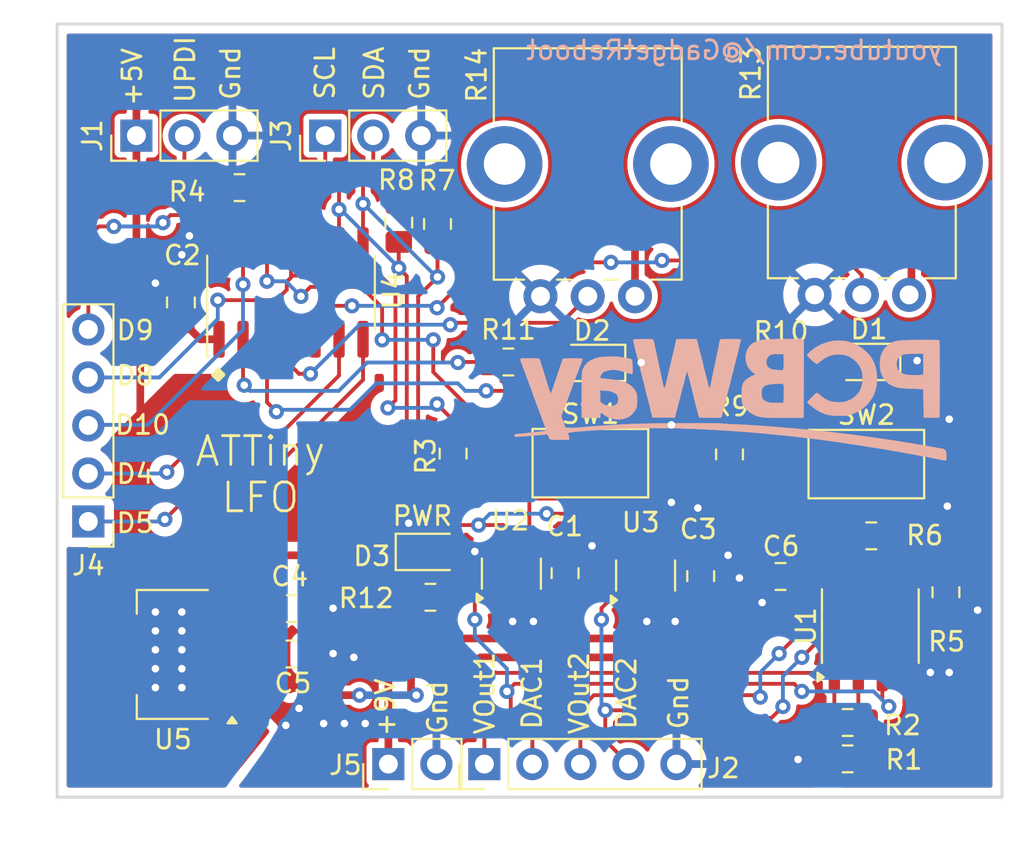
<source format=kicad_pcb>
(kicad_pcb (version 20241229) (generator "pcbnew") (generator_version "9.0")
  (layers (0 "F.Cu" signal) (2 "B.Cu" signal) (13 "F.Paste" user) (15 "B.Paste" user) (5 "F.SilkS" user "F.Silkscreen") (7 "B.SilkS" user "B.Silkscreen") (1 "F.Mask" user) (3 "B.Mask" user) (25 "Edge.Cuts" user))
  (net 0 "")
  (net 1 "GND")
  (net 2 "+9V")
  (net 3 "+5V")
  (net 4 "Net-(D1-A)")
  (net 5 "Net-(D2-A)")
  (net 6 "Net-(D3-A)")
  (net 7 "Net-(U1A--)")
  (net 8 "/Vout1")
  (net 9 "/D8")
  (net 10 "/SCL")
  (net 11 "/SDA")
  (net 12 "Net-(R3-Pad2)")
  (net 13 "Net-(U4-~{RESET}{slash}PA0)")
  (net 14 "Net-(U1B--)")
  (net 15 "/Vout2")
  (net 16 "Net-(R9-Pad2)")
  (net 17 "/D9")
  (net 18 "/POT2")
  (net 19 "/POT1")
  (net 20 "/DAC1")
  (net 21 "/DAC2")
  (net 22 "/D4")
  (net 23 "/D10")
  (net 24 "/D5")
  (net 25 "/UPDI")
  (net 26 "/LED1")
  (net 27 "/LED2")
  (footprint "Capacitor_SMD:C_0805_2012Metric_Pad1.15x1.40mm_HandSolder" (layer "F.Cu") (at 119.886 114.146 90)
    (property "Reference" "C1")
    (property "Value" "100nF")
  )
  (footprint "Capacitor_SMD:C_0805_2012Metric_Pad1.15x1.40mm_HandSolder" (layer "F.Cu") (at 127.061 114.301 90)
    (property "Reference" "C3")
    (property "Value" "100nF")
  )
  (footprint "Resistor_SMD:R_0805_2012Metric_Pad1.15x1.40mm_HandSolder" (layer "F.Cu") (at 134.836 122.046 180)
    (property "Reference" "R2")
    (property "Value" "380r")
  )
  (footprint "Resistor_SMD:R_0805_2012Metric_Pad1.15x1.40mm_HandSolder" (layer "F.Cu") (at 113.961 107.821001 -90)
    (property "Reference" "R3")
    (property "Value" "100r")
  )
  (footprint "Resistor_SMD:R_0805_2012Metric_Pad1.15x1.40mm_HandSolder" (layer "F.Cu") (at 136.085999 112.171 180)
    (property "Reference" "R6")
    (property "Value" "380r")
  )
  (footprint "Resistor_SMD:R_0805_2012Metric_Pad1.15x1.40mm_HandSolder" (layer "F.Cu") (at 134.836 123.971)
    (property "Reference" "R1")
    (property "Value" "1K")
  )
  (footprint "Capacitor_SMD:C_0805_2012Metric_Pad1.18x1.45mm_HandSolder" (layer "F.Cu") (at 99.561 99.821 90)
    (property "Reference" "C2")
    (property "Value" "100nF")
  )
  (footprint "Capacitor_SMD:C_0805_2012Metric_Pad1.15x1.40mm_HandSolder" (layer "F.Cu") (at 105.410999 118.421)
    (property "Reference" "C5")
    (property "Value" "10uF")
  )
  (footprint "LED_SMD:LED_0805_2012Metric_Pad1.15x1.40mm_HandSolder" (layer "F.Cu") (at 135.761 102.971 180)
    (property "Reference" "D1")
    (property "Value" "LED")
  )
  (footprint "LED_SMD:LED_0805_2012Metric_Pad1.15x1.40mm_HandSolder" (layer "F.Cu") (at 121.211 103.021 180)
    (property "Reference" "D2")
    (property "Value" "LED")
  )
  (footprint "LED_SMD:LED_0805_2012Metric_Pad1.15x1.40mm_HandSolder" (layer "F.Cu") (at 112.786 113.021)
    (property "Reference" "D3")
    (property "Value" "Power")
  )
  (footprint "Connector_PinHeader_2.54mm:PinHeader_1x05_P2.54mm_Vertical" (layer "F.Cu") (at 115.616 124.246 90)
    (property "Reference" "J2")
    (property "Value" "Conn_01x05")
  )
  (footprint "Connector_PinHeader_2.54mm:PinHeader_1x03_P2.54mm_Vertical" (layer "F.Cu") (at 107.196 90.996 90)
    (property "Reference" "J3")
    (property "Value" "Conn_01x03")
  )
  (footprint "Connector_PinHeader_2.54mm:PinHeader_1x05_P2.54mm_Vertical" (layer "F.Cu") (at 94.661 111.411 180)
    (property "Reference" "J4")
    (property "Value" "Conn_01x05")
  )
  (footprint "Connector_PinHeader_2.54mm:PinHeader_1x02_P2.54mm_Vertical" (layer "F.Cu") (at 110.536 124.246 90)
    (property "Reference" "J5")
    (property "Value" "1x2")
  )
  (footprint "Resistor_SMD:R_0805_2012Metric_Pad1.15x1.40mm_HandSolder" (layer "F.Cu") (at 102.661001 93.746)
    (property "Reference" "R4")
    (property "Value" "1K")
  )
  (footprint "Resistor_SMD:R_0805_2012Metric_Pad1.15x1.40mm_HandSolder" (layer "F.Cu") (at 140.036 115.156002 90)
    (property "Reference" "R5")
    (property "Value" "1K")
  )
  (footprint "Resistor_SMD:R_0805_2012Metric_Pad1.15x1.40mm_HandSolder" (layer "F.Cu") (at 113.136 95.671 -90)
    (property "Reference" "R7")
    (property "Value" "10K")
  )
  (footprint "Resistor_SMD:R_0805_2012Metric_Pad1.15x1.40mm_HandSolder" (layer "F.Cu") (at 111.086 95.596001 -90)
    (property "Reference" "R8")
    (property "Value" "10K")
  )
  (footprint "Resistor_SMD:R_0805_2012Metric_Pad1.15x1.40mm_HandSolder" (layer "F.Cu") (at 131.511 102.971 180)
    (property "Reference" "R10")
    (property "Value" "1K")
  )
  (footprint "Resistor_SMD:R_0805_2012Metric_Pad1.15x1.40mm_HandSolder" (layer "F.Cu") (at 116.886 102.971 180)
    (property "Reference" "R11")
    (property "Value" "1K")
  )
  (footprint "Resistor_SMD:R_0805_2012Metric_Pad1.15x1.40mm_HandSolder" (layer "F.Cu") (at 112.761 115.421)
    (property "Reference" "R12")
    (property "Value" "1K")
  )
  (footprint "_Pot:Potentiometer_Bourns_PTV09A-1" (layer "F.Cu") (at 138.086 99.421 90)
    (property "Reference" "R13")
    (property "Value" "10K")
  )
  (footprint "_Pot:Potentiometer_Bourns_PTV09A-1" (layer "F.Cu") (at 123.586 99.496 90)
    (property "Reference" "R14")
    (property "Value" "10K")
  )
  (footprint "Package_SO:SOIC-8_3.9x4.9mm_P1.27mm" (layer "F.Cu") (at 136.036 116.946 90)
    (property "Reference" "U1")
    (property "Value" "TLC272")
  )
  (footprint "Package_TO_SOT_SMD:SOT-23-6" (layer "F.Cu") (at 117.046 114.171 90)
    (property "Reference" "U2")
    (property "Value" "MCP4725")
  )
  (footprint "Package_TO_SOT_SMD:SOT-23-6" (layer "F.Cu") (at 124.146 114.271 90)
    (property "Reference" "U3")
    (property "Value" "MCP4725")
  )
  (footprint "Package_SO:SOIC-14_3.9x8.7mm_P1.27mm" (layer "F.Cu") (at 105.386 99.296 90)
    (property "Reference" "U4")
    (property "Value" "ATtiny1604-SS")
  )
  (footprint "Package_TO_SOT_SMD:SOT-223-3_TabPin2" (layer "F.Cu") (at 99.136 118.446 180)
    (property "Reference" "U5")
    (property "Value" "AMS1117-5.0")
  )
  (footprint "Resistor_SMD:R_0805_2012Metric_Pad1.15x1.40mm_HandSolder" (layer "F.Cu") (at 128.586 107.861 -90)
    (property "Reference" "R9")
    (property "Value" "100r")
  )
  (footprint "Capacitor_SMD:C_0805_2012Metric_Pad1.15x1.40mm_HandSolder" (layer "F.Cu") (at 131.286 114.321 180)
    (property "Reference" "C6")
    (property "Value" "100nF")
  )
  (footprint "Connector_PinHeader_2.54mm:PinHeader_1x03_P2.54mm_Vertical" (layer "F.Cu") (at 97.205999 90.996 90)
    (property "Reference" "J1")
    (property "Value" "Conn_01x03")
  )
  (footprint "Capacitor_SMD:C_0805_2012Metric_Pad1.15x1.40mm_HandSolder" (layer "F.Cu") (at 105.435999 116.021)
    (property "Reference" "C4")
    (property "Value" "10uF")
  )
  (footprint "_Pot:SW_SPST_60x35" (layer "F.Cu") (at 135.825 108.375)
    (property "Reference" "SW2")
    (property "Value" "SW_Push")
  )
  (footprint "_Pot:SW_SPST_60x35" (layer "F.Cu") (at 121.225 108.325)
    (property "Reference" "SW1")
    (property "Value" "SW_Push")
  )
  (footprint "_Custom_Footprints:pcb way logo" (layer "B.Cu") (at 128.635999 105.646 180)
    (property "Reference" "G***" (hide yes))
    (property "Value" "LOGO" (hide yes))
  )
  (gr_line (start 93.011 85.09) (end 93.011 126) (stroke (width 0.15)) (layer "Edge.Cuts"))
  (gr_line (start 143.002 126) (end 143.002 85.09) (stroke (width 0.15)) (layer "Edge.Cuts"))
  (gr_line (start 93.011 126) (end 143.002 126) (stroke (width 0.15)) (layer "Edge.Cuts"))
  (gr_line (start 143.002 85.09) (end 93.011 85.09) (stroke (width 0.15)) (layer "Edge.Cuts"))
  (gr_text "ATTiny\nLFO" (at 103.761 108.921 0) (layer "F.SilkS") (effects (font (size 1.524 1.524))))
  (gr_text "Gnd" (at 102.186 87.696 90) (layer "F.SilkS") (effects (font (size 1 1))))
  (gr_text "." (at 99.436 103.646 90) (layer "F.SilkS") (effects (font (size 5.08 5.08) (thickness 0.25) (bold yes))))
  (gr_text "UPDI" (at 99.786 87.496 90) (layer "F.SilkS") (effects (font (size 1 1))))
  (gr_text "Gnd" (at 113.135999 121.246 90) (layer "F.SilkS") (effects (font (size 1 1))))
  (gr_text "+5V" (at 96.986 87.896 90) (layer "F.SilkS") (effects (font (size 1 1))))
  (gr_text "D5" (at 97.136 111.496 0) (layer "F.SilkS") (effects (font (size 1 1))))
  (gr_text "DAC2" (at 123.135999 120.496 90) (layer "F.SilkS") (effects (font (size 1 1))))
  (gr_text "+9V" (at 110.385999 121.246 90) (layer "F.SilkS") (effects (font (size 1 1))))
  (gr_text "VOut1" (at 115.635999 120.496 90) (layer "F.SilkS") (effects (font (size 1 1))))
  (gr_text "PWR" (at 112.336 111.120999 0) (layer "F.SilkS") (effects (font (size 1 1))))
  (gr_text "SDA" (at 109.786 87.696 90) (layer "F.SilkS") (effects (font (size 1 1))))
  (gr_text "Gnd" (at 112.186 87.696 90) (layer "F.SilkS") (effects (font (size 1 1))))
  (gr_text "D10" (at 97.536 106.296 0) (layer "F.SilkS") (effects (font (size 1 1))))
  (gr_text "D4" (at 97.136 108.896 0) (layer "F.SilkS") (effects (font (size 1 1))))
  (gr_text "Gnd" (at 125.885999 120.996 90) (layer "F.SilkS") (effects (font (size 1 1))))
  (gr_text "SCL" (at 107.186 87.696 90) (layer "F.SilkS") (effects (font (size 1 1))))
  (gr_text "DAC1" (at 118.135999 120.496 90) (layer "F.SilkS") (effects (font (size 1 1))))
  (gr_text "VOut2" (at 120.635999 120.496 90) (layer "F.SilkS") (effects (font (size 1 1))))
  (gr_text "D9" (at 97.136 101.296 0) (layer "F.SilkS") (effects (font (size 1 1))))
  (gr_text "D8" (at 97.136 103.696 0) (layer "F.SilkS") (effects (font (size 1 1))))
  (gr_text "youtube.com/@GadgetReboot" (at 117.736 86.471 0) (layer "B.SilkS") (effects (font (size 1 1)) (justify right mirror)))
  (segment (start 102.632 120.4) (end 104.011 120.4) (width 0.6096) (layer "F.Cu") (net 1))
  (segment (start 103.911 121) (end 102.54 121) (width 0.6096) (layer "F.Cu") (net 1))
  (segment (start 105.611 121.7) (end 105.461 121.85) (width 0.6096) (layer "F.Cu") (net 1))
  (segment (start 105.461 121.85) (end 105.111 122.2) (width 0.6096) (layer "F.Cu") (net 1))
  (segment (start 105.111 122.2) (end 103.911 121) (width 0.6096) (layer "F.Cu") (net 1))
  (segment (start 104.011 120.4) (end 105.461 121.85) (width 0.6096) (layer "F.Cu") (net 1))
  (segment (start 102.286 120.746) (end 102.632 120.4) (width 0.6096) (layer "F.Cu") (net 1))
  (segment (start 102.54 121) (end 102.286 120.746) (width 0.6096) (layer "F.Cu") (net 1))
  (segment (start 105.611 121.5) (end 105.611 121.7) (width 0.6096) (layer "F.Cu") (net 1))
  (segment (start 105.811 121.3) (end 105.611 121.5) (width 0.6096) (layer "F.Cu") (net 1))
  (via (at 118.211 116.7) (size 0.8) (drill 0.4) (layers "F.Cu" "B.Cu") (net 1))
  (via (at 126.911 110.7) (size 0.8) (drill 0.4) (layers "F.Cu" "B.Cu") (net 1))
  (via (at 124.211 116.7) (size 0.8) (drill 0.4) (layers "F.Cu" "B.Cu") (net 1))
  (via (at 125.711 116.7) (size 0.8) (drill 0.4) (layers "F.Cu" "B.Cu") (net 1))
  (via (at 128.511 113.2) (size 0.8) (drill 0.4) (layers "F.Cu" "B.Cu") (net 1))
  (via (at 115.111 113) (size 0.8) (drill 0.4) (layers "F.Cu" "B.Cu") (net 1))
  (via (at 141.711 116.1) (size 0.8) (drill 0.4) (layers "F.Cu" "B.Cu") (net 1))
  (via (at 140.211 119.4) (size 0.8) (drill 0.4) (layers "F.Cu" "B.Cu") (net 1))
  (via (at 125.511 110.4) (size 0.8) (drill 0.4) (layers "F.Cu" "B.Cu") (net 1))
  (via (at 121.311 112.7) (size 0.8) (drill 0.4) (layers "F.Cu" "B.Cu") (net 1))
  (via (at 109.311 122.1) (size 0.8) (drill 0.4) (layers "F.Cu" "B.Cu") (net 1))
  (via (at 125.511 106.3) (size 0.8) (drill 0.4) (layers "F.Cu" "B.Cu") (net 1))
  (via (at 117.111 116.7) (size 0.8) (drill 0.4) (layers "F.Cu" "B.Cu") (net 1))
  (via (at 140.211 106) (size 0.8) (drill 0.4) (layers "F.Cu" "B.Cu") (net 1))
  (via (at 107.111 122.1) (size 0.8) (drill 0.4) (layers "F.Cu" "B.Cu") (net 1))
  (via (at 130.311 115.7) (size 0.8) (drill 0.4) (layers "F.Cu" "B.Cu") (net 1))
  (via (at 140.111 110.6) (size 0.8) (drill 0.4) (layers "F.Cu" "B.Cu") (net 1))
  (via (at 139.211 119.4) (size 0.8) (drill 0.4) (layers "F.Cu" "B.Cu") (net 1))
  (via (at 108.711 118.6) (size 0.8) (drill 0.4) (layers "F.Cu" "B.Cu") (net 1))
  (via (at 105.811 121.3) (size 0.8) (drill 0.4) (layers "F.Cu" "B.Cu") (net 1))
  (via (at 107.611 116) (size 0.8) (drill 0.4) (layers "F.Cu" "B.Cu") (net 1))
  (via (at 129.111 114.4) (size 0.8) (drill 0.4) (layers "F.Cu" "B.Cu") (net 1))
  (via (at 108.211 122.1) (size 0.8) (drill 0.4) (layers "F.Cu" "B.Cu") (net 1))
  (via (at 98.211 98.8) (size 0.8) (drill 0.4) (layers "F.Cu" "B.Cu") (net 1))
  (via (at 105.111 122.2) (size 0.8) (drill 0.4) (layers "F.Cu" "B.Cu") (net 1))
  (via (at 138.511 102.9) (size 0.8) (drill 0.4) (layers "F.Cu" "B.Cu") (net 1))
  (via (at 99.611 97.3) (size 0.8) (drill 0.4) (layers "F.Cu" "B.Cu") (net 1))
  (via (at 132.211 124) (size 0.8) (drill 0.4) (layers "F.Cu" "B.Cu") (net 1))
  (via (at 107.611 118.4) (size 0.8) (drill 0.4) (layers "F.Cu" "B.Cu") (net 1))
  (via (at 111.611 111.5) (size 0.8) (drill 0.4) (layers "F.Cu" "B.Cu") (net 1))
  (via (at 123.911 103) (size 0.8) (drill 0.4) (layers "F.Cu" "B.Cu") (net 1))
  (via (at 100.011 96.3) (size 0.8) (drill 0.4) (layers "F.Cu" "B.Cu") (net 1))
  (segment (start 104.411 113.8) (end 104.411 116.021) (width 0.4064) (layer "F.Cu") (net 2))
  (segment (start 129.411 118.6) (end 132.310999 115.700001) (width 0.4064) (layer "F.Cu") (net 2))
  (segment (start 132.310999 115.700001) (end 132.310999 114.321) (width 0.4064) (layer "F.Cu") (net 2))
  (segment (start 113.411 121.8) (end 114.611 120.6) (width 0.4064) (layer "F.Cu") (net 2))
  (segment (start 104.411 116.021) (end 102.411 116.021) (width 0.4064) (layer "F.Cu") (net 2))
  (segment (start 110.536 124.246) (end 110.536 121.8) (width 0.4064) (layer "F.Cu") (net 2))
  (segment (start 132.460999 114.471) (end 132.310999 114.321) (width 0.4064) (layer "F.Cu") (net 2))
  (segment (start 110.536 121.8) (end 110.536 118.925) (width 0.4064) (layer "F.Cu") (net 2))
  (segment (start 102.411 116.021) (end 102.286 116.146) (width 0.4064) (layer "F.Cu") (net 2))
  (segment (start 107.211 113.2) (end 105.011 113.2) (width 0.4064) (layer "F.Cu") (net 2))
  (segment (start 110.536 118.925) (end 109.011 117.4) (width 0.4064) (layer "F.Cu") (net 2))
  (segment (start 109.011 117.4) (end 109.011 115) (width 0.4064) (layer "F.Cu") (net 2))
  (segment (start 105.011 113.2) (end 104.411 113.8) (width 0.4064) (layer "F.Cu") (net 2))
  (segment (start 109.011 115) (end 107.211 113.2) (width 0.4064) (layer "F.Cu") (net 2))
  (segment (start 115.411 118.6) (end 129.411 118.6) (width 0.4064) (layer "F.Cu") (net 2))
  (segment (start 114.611 119.4) (end 115.411 118.6) (width 0.4064) (layer "F.Cu") (net 2))
  (segment (start 110.536 121.8) (end 113.411 121.8) (width 0.4064) (layer "F.Cu") (net 2))
  (segment (start 134.131 114.471) (end 132.460999 114.471) (width 0.4064) (layer "F.Cu") (net 2))
  (segment (start 114.611 120.6) (end 114.611 119.4) (width 0.4064) (layer "F.Cu") (net 2))
  (segment (start 106.411 120.6) (end 109.011 120.6) (width 0.4064) (layer "F.Cu") (net 3))
  (segment (start 99.6695 100.8585) (end 100.582 101.771) (width 0.4064) (layer "F.Cu") (net 3))
  (segment (start 97.411 114) (end 95.986001 115.424999) (width 0.4064) (layer "F.Cu") (net 3))
  (segment (start 97.205999 89.605001) (end 98.411 88.4) (width 0.4064) (layer "F.Cu") (net 3))
  (segment (start 121.411 96.4) (end 123.611 96.4) (width 0.4064) (layer "F.Cu") (net 3))
  (segment (start 111.736 117.6) (end 120.011 117.6) (width 0.4064) (layer "F.Cu") (net 3))
  (segment (start 119.886 117.475) (end 120.011 117.6) (width 0.4064) (layer "F.Cu") (net 3))
  (segment (start 116.211 96.4) (end 121.411 96.4) (width 0.4064) (layer "F.Cu") (net 3))
  (segment (start 120.011 117.6) (end 126.411 117.6) (width 0.4064) (layer "F.Cu") (net 3))
  (segment (start 122.2775 113.1335) (end 121.811 113.6) (width 0.2032) (layer "F.Cu") (net 3))
  (segment (start 127.061 116.95) (end 127.061 115.325999) (width 0.4064) (layer "F.Cu") (net 3))
  (segment (start 97.205999 90.996) (end 97.205999 100.594999) (width 0.4064) (layer "F.Cu") (net 3))
  (segment (start 97.205999 90.996) (end 97.205999 89.605001) (width 0.4064) (layer "F.Cu") (net 3))
  (segment (start 100.582 101.771) (end 101.576 101.771) (width 0.4064) (layer "F.Cu") (net 3))
  (segment (start 113.136 94.646001) (end 111.160999 94.646001) (width 0.4064) (layer "F.Cu") (net 3))
  (segment (start 123.586 96.425) (end 123.611 96.4) (width 0.4064) (layer "F.Cu") (net 3))
  (segment (start 97.205999 100.594999) (end 97.811 101.2) (width 0.4064) (layer "F.Cu") (net 3))
  (segment (start 95.986001 115.424999) (end 95.986001 118.446) (width 0.4064) (layer "F.Cu") (net 3))
  (segment (start 126.411 117.6) (end 127.061 116.95) (width 0.4064) (layer "F.Cu") (net 3))
  (segment (start 118.133501 115.170999) (end 117.996 115.3085) (width 0.4064) (layer "F.Cu") (net 3))
  (segment (start 119.886 115.170999) (end 119.886 117.475) (width 0.4064) (layer "F.Cu") (net 3))
  (segment (start 99.561 100.8585) (end 98.1525 100.8585) (width 0.4064) (layer "F.Cu") (net 3))
  (segment (start 121.240001 115.170999) (end 119.886 115.170999) (width 0.2032) (layer "F.Cu") (net 3))
  (segment (start 99.561 100.8585) (end 99.6695 100.8585) (width 0.4064) (layer "F.Cu") (net 3))
  (segment (start 98.411 88.4) (end 119.611 88.4) (width 0.4064) (layer "F.Cu") (net 3))
  (segment (start 114.457001 94.646001) (end 116.211 96.4) (width 0.4064) (layer "F.Cu") (net 3))
  (segment (start 113.136 94.646001) (end 114.457001 94.646001) (width 0.4064) (layer "F.Cu") (net 3))
  (segment (start 138.211 97.8) (end 138.211 99.296) (width 0.4064) (layer "F.Cu") (net 3))
  (segment (start 123.611 96.4) (end 136.811 96.4) (width 0.4064) (layer "F.Cu") (net 3))
  (segment (start 104.386 118.421) (end 104.386 118.575) (width 0.4064) (layer "F.Cu") (net 3))
  (segment (start 119.611 88.4) (end 121.411 90.2) (width 0.4064) (layer "F.Cu") (net 3))
  (segment (start 104.361 118.446) (end 104.386 118.421) (width 0.4064) (layer "F.Cu") (net 3))
  (segment (start 97.811 101.2) (end 97.411 101.6) (width 0.4064) (layer "F.Cu") (net 3))
  (segment (start 111.736 117.6) (end 111.736 115.421) (width 0.4064) (layer "F.Cu") (net 3))
  (segment (start 104.386 118.575) (end 106.411 120.6) (width 0.4064) (layer "F.Cu") (net 3))
  (segment (start 112.011 120.6) (end 111.736 120.325) (width 0.4064) (layer "F.Cu") (net 3))
  (segment (start 119.886 115.170999) (end 118.133501 115.170999) (width 0.4064) (layer "F.Cu") (net 3))
  (segment (start 97.411 101.6) (end 97.411 114) (width 0.4064) (layer "F.Cu") (net 3))
  (segment (start 98.1525 100.8585) (end 97.811 101.2) (width 0.4064) (layer "F.Cu") (net 3))
  (segment (start 123.196 113.1335) (end 122.2775 113.1335) (width 0.2032) (layer "F.Cu") (net 3))
  (segment (start 138.211 99.296) (end 138.086 99.421) (width 0.4064) (layer "F.Cu") (net 3))
  (segment (start 102.285999 118.446) (end 104.361 118.446) (width 0.4064) (layer "F.Cu") (net 3))
  (segment (start 123.586 99.496) (end 123.586 96.425) (width 0.4064) (layer "F.Cu") (net 3))
  (segment (start 125.178501 115.325999) (end 125.096 115.4085) (width 0.4064) (layer "F.Cu") (net 3))
  (segment (start 121.811 113.6) (end 121.811 114.6) (width 0.2032) (layer "F.Cu") (net 3))
  (segment (start 121.411 90.2) (end 121.411 96.4) (width 0.4064) (layer "F.Cu") (net 3))
  (segment (start 136.811 96.4) (end 138.211 97.8) (width 0.4064) (layer "F.Cu") (net 3))
  (segment (start 121.811 114.6) (end 121.240001 115.170999) (width 0.2032) (layer "F.Cu") (net 3))
  (segment (start 111.736 120.325) (end 111.736 117.6) (width 0.4064) (layer "F.Cu") (net 3))
  (segment (start 127.061 115.325999) (end 125.178501 115.325999) (width 0.4064) (layer "F.Cu") (net 3))
  (segment (start 111.160999 94.646001) (end 111.086 94.571002) (width 0.4064) (layer "F.Cu") (net 3))
  (via (at 99.611 119.2) (size 0.8) (drill 0.4) (layers "F.Cu" "B.Cu") (net 3))
  (via (at 99.611 118.2) (size 0.8) (drill 0.4) (layers "F.Cu" "B.Cu") (net 3))
  (via (at 98.211 117.2) (size 0.8) (drill 0.4) (layers "F.Cu" "B.Cu") (net 3))
  (via (at 98.211 119.2) (size 0.8) (drill 0.4) (layers "F.Cu" "B.Cu") (net 3))
  (via (at 98.211 120.2) (size 0.8) (drill 0.4) (layers "F.Cu" "B.Cu") (net 3))
  (via (at 112.011 120.6) (size 0.8) (drill 0.4) (layers "F.Cu" "B.Cu") (net 3))
  (via (at 109.011 120.6) (size 0.8) (drill 0.4) (layers "F.Cu" "B.Cu") (net 3))
  (via (at 99.611 117.2) (size 0.8) (drill 0.4) (layers "F.Cu" "B.Cu") (net 3))
  (via (at 99.611 120.2) (size 0.8) (drill 0.4) (layers "F.Cu" "B.Cu") (net 3))
  (via (at 99.611 116.2) (size 0.8) (drill 0.4) (layers "F.Cu" "B.Cu") (net 3))
  (via (at 98.211 118.2) (size 0.8) (drill 0.4) (layers "F.Cu" "B.Cu") (net 3))
  (via (at 98.211 116.2) (size 0.8) (drill 0.4) (layers "F.Cu" "B.Cu") (net 3))
  (segment (start 109.011 120.6) (end 112.011 120.6) (width 0.4064) (layer "B.Cu") (net 3))
  (segment (start 134.736001 102.971) (end 132.536 102.971) (width 0.2032) (layer "F.Cu") (net 4))
  (segment (start 120.186001 103.021) (end 117.961 103.021) (width 0.2032) (layer "F.Cu") (net 5))
  (segment (start 117.961 103.021) (end 117.911 102.971) (width 0.2032) (layer "F.Cu") (net 5))
  (segment (start 113.811 115.396) (end 113.786 115.421) (width 0.2032) (layer "F.Cu") (net 6))
  (segment (start 113.811 113.021) (end 113.811 115.396) (width 0.2032) (layer "F.Cu") (net 6))
  (segment (start 135.401 121.586001) (end 135.860999 122.046) (width 0.2032) (layer "F.Cu") (net 7))
  (segment (start 135.401 119.421) (end 135.401 121.586001) (width 0.2032) (layer "F.Cu") (net 7))
  (segment (start 135.861 123.971) (end 135.860999 122.046) (width 0.2032) (layer "F.Cu") (net 7))
  (segment (start 115.616 119.995) (end 116.211 119.4) (width 0.2032) (layer "F.Cu") (net 8))
  (segment (start 116.232 119.421) (end 134.131 119.421) (width 0.2032) (layer "F.Cu") (net 8))
  (segment (start 134.131 121.726001) (end 133.811001 122.046) (width 0.2032) (layer "F.Cu") (net 8))
  (segment (start 115.616 124.246) (end 115.616 119.995) (width 0.2032) (layer "F.Cu") (net 8))
  (segment (start 134.131 119.421) (end 134.131 121.726001) (width 0.2032) (layer "F.Cu") (net 8))
  (segment (start 116.211 119.4) (end 116.232 119.421) (width 0.2032) (layer "F.Cu") (net 8))
  (segment (start 110.111 98.4) (end 105.486 98.4) (width 0.2032) (layer "F.Cu") (net 9))
  (segment (start 113.961 106.05) (end 113.961 106.796001) (width 0.2032) (layer "F.Cu") (net 9))
  (segment (start 110.911 105) (end 110.911 99.2) (width 0.2032) (layer "F.Cu") (net 9))
  (segment (start 105.386 98.5) (end 105.161 98.725) (width 0.2032) (layer "F.Cu") (net 9))
  (segment (start 110.911 99.2) (end 110.111 98.4) (width 0.2032) (layer "F.Cu") (net 9))
  (segment (start 105.486 98.4) (end 105.161 98.725) (width 0.2032) (layer "F.Cu") (net 9))
  (segment (start 113.111 105.2) (end 113.961 106.05) (width 0.2032) (layer "F.Cu") (net 9))
  (segment (start 104.611 99.7) (end 101.511 99.7) (width 0.2032) (layer "F.Cu") (net 9))
  (segment (start 105.161 99.15) (end 104.611 99.7) (width 0.2032) (layer "F.Cu") (net 9))
  (segment (start 110.511 105.4) (end 110.911 105) (width 0.2032) (layer "F.Cu") (net 9))
  (segment (start 105.386 96.821) (end 105.386 98.5) (width 0.2032) (layer "F.Cu") (net 9))
  (segment (start 105.161 98.725) (end 105.161 99.15) (width 0.2032) (layer "F.Cu") (net 9))
  (via (at 113.111 105.2) (size 0.8) (drill 0.4) (layers "F.Cu" "B.Cu") (net 9))
  (via (at 101.511 99.7) (size 0.8) (drill 0.4) (layers "F.Cu" "B.Cu") (net 9))
  (via (at 110.511 105.4) (size 0.8) (drill 0.4) (layers "F.Cu" "B.Cu") (net 9))
  (segment (start 101.511 100.7) (end 98.42 103.791) (width 0.2032) (layer "B.Cu") (net 9))
  (segment (start 101.511 99.7) (end 101.511 100.7) (width 0.2032) (layer "B.Cu") (net 9))
  (segment (start 110.511 105.4) (end 112.911 105.4) (width 0.2032) (layer "B.Cu") (net 9))
  (segment (start 112.911 105.4) (end 113.111 105.2) (width 0.2032) (layer "B.Cu") (net 9))
  (segment (start 98.42 103.791) (end 94.661 103.791) (width 0.2032) (layer "B.Cu") (net 9))
  (segment (start 107.196 90.996) (end 107.196 92.785) (width 0.2032) (layer "F.Cu") (net 10))
  (segment (start 124.146 113.1335) (end 124.146 111.935) (width 0.2032) (layer "F.Cu") (net 10))
  (segment (start 124.146 111.935) (end 123.511 111.3) (width 0.2032) (layer "F.Cu") (net 10))
  (segment (start 107.926 96.821) (end 107.926 94.9) (width 0.2032) (layer "F.Cu") (net 10))
  (segment (start 107.196 92.785) (end 107.926 93.515) (width 0.2032) (layer "F.Cu") (net 10))
  (segment (start 111.511 98.425) (end 111.511 109.5) (width 0.2032) (layer "F.Cu") (net 10))
  (segment (start 117.046 112.035) (end 117.046 113.0335) (width 0.2032) (layer "F.Cu") (net 10))
  (segment (start 111.511 109.5) (end 113.611 111.6) (width 0.2032) (layer "F.Cu") (net 10))
  (segment (start 111.086 96.621) (end 111.086 98) (width 0.2032) (layer "F.Cu") (net 10))
  (segment (start 107.926 93.515) (end 107.926 94.9) (width 0.2032) (layer "F.Cu") (net 10))
  (segment (start 116.611 111.6) (end 117.046 112.035) (width 0.2032) (layer "F.Cu") (net 10))
  (segment (start 113.611 111.6) (end 116.611 111.6) (width 0.2032) (layer "F.Cu") (net 10))
  (segment (start 123.511 111.3) (end 123.211 111) (width 0.2032) (layer "F.Cu") (net 10))
  (segment (start 111.086 98) (end 111.511 98.425) (width 0.2032) (layer "F.Cu") (net 10))
  (segment (start 123.211 111) (end 118.911 111) (width 0.2032) (layer "F.Cu") (net 10))
  (via (at 111.086 98) (size 0.8) (drill 0.4) (layers "F.Cu" "B.Cu") (net 10))
  (via (at 118.911 111) (size 0.8) (drill 0.4) (layers "F.Cu" "B.Cu") (net 10))
  (via (at 107.926 94.9) (size 0.8) (drill 0.4) (layers "F.Cu" "B.Cu") (net 10))
  (via (at 115.311 111.6) (size 0.8) (drill 0.4) (layers "F.Cu" "B.Cu") (net 10))
  (segment (start 118.911 111) (end 115.911 111) (width 0.2032) (layer "B.Cu") (net 10))
  (segment (start 107.926 94.9) (end 108.011 94.9) (width 0.2032) (layer "B.Cu") (net 10))
  (segment (start 111.086 97.975) (end 111.086 98) (width 0.2032) (layer "B.Cu") (net 10))
  (segment (start 115.911 111) (end 115.311 111.6) (width 0.2032) (layer "B.Cu") (net 10))
  (segment (start 108.011 94.9) (end 111.086 97.975) (width 0.2032) (layer "B.Cu") (net 10))
  (segment (start 112.111 99.5) (end 113.136 98.475) (width 0.2032) (layer "F.Cu") (net 11))
  (segment (start 113.136 98.475) (end 113.136 96.695999) (width 0.2032) (layer "F.Cu") (net 11))
  (segment (start 113.311 110.2) (end 112.111 109) (width 0.2032) (layer "F.Cu") (net 11))
  (segment (start 109.196 96.821) (end 109.196 94.6) (width 0.2032) (layer "F.Cu") (net 11))
  (segment (start 109.736 90.996) (end 109.736 92.925) (width 0.2032) (layer "F.Cu") (net 11))
  (segment (start 117.211 110.2) (end 113.311 110.2) (width 0.2032) (layer "F.Cu") (net 11))
  (segment (start 124.111 110.2) (end 117.211 110.2) (width 0.2032) (layer "F.Cu") (net 11))
  (segment (start 117.996 113.0335) (end 117.996 110.2) (width 0.2032) (layer "F.Cu") (net 11))
  (segment (start 125.096 113.1335) (end 125.096 111.185) (width 0.2032) (layer "F.Cu") (net 11))
  (segment (start 112.111 109) (end 112.111 99.5) (width 0.2032) (layer "F.Cu") (net 11))
  (segment (start 109.711 92.9) (end 109.196 93.415) (width 0.2032) (layer "F.Cu") (net 11))
  (segment (start 109.196 93.415) (end 109.196 94.6) (width 0.2032) (layer "F.Cu") (net 11))
  (segment (start 117.996 110.2) (end 117.211 110.2) (width 0.2032) (layer "F.Cu") (net 11))
  (segment (start 109.736 92.925) (end 109.711 92.9) (width 0.2032) (layer "F.Cu") (net 11))
  (segment (start 125.096 111.185) (end 124.111 110.2) (width 0.2032) (layer "F.Cu") (net 11))
  (via (at 109.196 94.6) (size 0.8) (drill 0.4) (layers "F.Cu" "B.Cu") (net 11))
  (via (at 113.136 98.475) (size 0.8) (drill 0.4) (layers "F.Cu" "B.Cu") (net 11))
  (segment (start 109.196 94.6) (end 109.211 94.6) (width 0.2032) (layer "B.Cu") (net 11))
  (segment (start 109.211 94.6) (end 113.086 98.475) (width 0.2032) (layer "B.Cu") (net 11))
  (segment (start 113.086 98.475) (end 113.136 98.475) (width 0.2032) (layer "B.Cu") (net 11))
  (segment (start 113.961 108.846001) (end 116.413999 108.846001) (width 0.2032) (layer "F.Cu") (net 12))
  (segment (start 116.413999 108.846001) (end 116.935 108.325) (width 0.2032) (layer "F.Cu") (net 12))
  (segment (start 106.656 96.821) (end 106.656 95.045) (width 0.2032) (layer "F.Cu") (net 13))
  (segment (start 105.411 93.8) (end 103.74 93.8) (width 0.2032) (layer "F.Cu") (net 13))
  (segment (start 106.656 95.045) (end 105.411 93.8) (width 0.2032) (layer "F.Cu") (net 13))
  (segment (start 103.74 93.8) (end 103.686 93.746) (width 0.2032) (layer "F.Cu") (net 13))
  (segment (start 140.036 114.131003) (end 140.036 112.625) (width 0.2032) (layer "F.Cu") (net 14))
  (segment (start 136.671 114.471) (end 136.671 112.410999) (width 0.2032) (layer "F.Cu") (net 14))
  (segment (start 139.582 112.171) (end 137.110999 112.171) (width 0.2032) (layer "F.Cu") (net 14))
  (segment (start 136.671 112.410999) (end 136.910999 112.171) (width 0.2032) (layer "F.Cu") (net 14))
  (segment (start 140.036 112.625) (end 139.582 112.171) (width 0.2032) (layer "F.Cu") (net 14))
  (segment (start 135.401 112.711001) (end 134.860999 112.171) (width 0.2032) (layer "F.Cu") (net 15))
  (segment (start 130.211 120.7048) (end 130.1062 120.6) (width 0.2032) (layer "F.Cu") (net 15))
  (segment (start 135.011 116.6) (end 135.401 116.21) (width 0.2032) (layer "F.Cu") (net 15))
  (segment (start 130.1062 120.6) (end 121.411 120.6) (width 0.2032) (layer "F.Cu") (net 15))
  (segment (start 131.211 118.4) (end 133.011 116.6) (width 0.2032) (layer "F.Cu") (net 15))
  (segment (start 120.695999 121.315001) (end 120.695999 124.246) (width 0.2032) (layer "F.Cu") (net 15))
  (segment (start 121.411 120.6) (end 120.695999 121.315001) (width 0.2032) (layer "F.Cu") (net 15))
  (segment (start 135.401 116.21) (end 135.401 114.471) (width 0.2032) (layer "F.Cu") (net 15))
  (segment (start 133.011 116.6) (end 135.011 116.6) (width 0.2032) (layer "F.Cu") (net 15))
  (segment (start 135.401 114.471) (end 135.401 112.711001) (width 0.2032) (layer "F.Cu") (net 15))
  (via (at 130.211 120.7048) (size 0.8) (drill 0.4) (layers "F.Cu" "B.Cu") (net 15))
  (via (at 131.211 118.4) (size 0.8) (drill 0.4) (layers "F.Cu" "B.Cu") (net 15))
  (segment (start 130.211 119.4) (end 130.211 120.7048) (width 0.2032) (layer "B.Cu") (net 15))
  (segment (start 131.211 118.4) (end 130.211 119.4) (width 0.2032) (layer "B.Cu") (net 15))
  (segment (start 131.024001 108.885999) (end 131.535 108.375) (width 0.2032) (layer "F.Cu") (net 16))
  (segment (start 128.586 108.885999) (end 131.024001 108.885999) (width 0.2032) (layer "F.Cu") (net 16))
  (segment (start 110.2062 101.8) (end 110.2062 100.0952) (width 0.2032) (layer "F.Cu") (net 17))
  (segment (start 95.111 95.9) (end 95.211 95.8) (width 0.2032) (layer "F.Cu") (net 17))
  (segment (start 106.411 99) (end 105.911 99.5) (width 0.2032) (layer "F.Cu") (net 17))
  (segment (start 94.661 101.251) (end 94.661 96.35) (width 0.2032) (layer "F.Cu") (net 17))
  (segment (start 95.211 95.8) (end 96.011 95.8) (width 0.2032) (layer "F.Cu") (net 17))
  (segment (start 99.011 95.2) (end 103.811 95.2) (width 0.2032) (layer "F.Cu") (net 17))
  (segment (start 128.211 105.5) (end 114.911 105.5) (width 0.2032) (layer "F.Cu") (net 17))
  (segment (start 114.911 105.5) (end 112.911 103.5) (width 0.2032) (layer "F.Cu") (net 17))
  (segment (start 112.911 103.5) (end 112.911 101.8) (width 0.2032) (layer "F.Cu") (net 17))
  (segment (start 98.611 95.6) (end 99.011 95.2) (width 0.2032) (layer "F.Cu") (net 17))
  (segment (start 109.111 99) (end 106.411 99) (width 0.2032) (layer "F.Cu") (net 17))
  (segment (start 103.811 95.2) (end 104.116 95.505) (width 0.2032) (layer "F.Cu") (net 17))
  (segment (start 104.116 96.821) (end 104.116 98.695) (width 0.2032) (layer "F.Cu") (net 17))
  (segment (start 128.586 105.875) (end 128.211 105.5) (width 0.2032) (layer "F.Cu") (net 17))
  (segment (start 128.586 106.836001) (end 128.586 105.875) (width 0.2032) (layer "F.Cu") (net 17))
  (segment (start 104.116 98.695) (end 104.111 98.7) (width 0.2032) (layer "F.Cu") (net 17))
  (segment (start 105.911 99.5) (end 105.811 99.5) (width 0.2032) (layer "F.Cu") (net 17))
  (segment (start 104.116 95.505) (end 104.116 96.821) (width 0.2032) (layer "F.Cu") (net 17))
  (segment (start 110.2062 100.0952) (end 109.111 99) (width 0.2032) (layer "F.Cu") (net 17))
  (segment (start 94.661 96.35) (end 95.111 95.9) (width 0.2032) (layer "F.Cu") (net 17))
  (via (at 104.111 98.7) (size 0.8) (drill 0.4) (layers "F.Cu" "B.Cu") (net 17))
  (via (at 112.911 101.8) (size 0.8) (drill 0.4) (layers "F.Cu" "B.Cu") (net 17))
  (via (at 98.611 95.6) (size 0.8) (drill 0.4) (layers "F.Cu" "B.Cu") (net 17))
  (via (at 96.011 95.8) (size 0.8) (drill 0.4) (layers "F.Cu" "B.Cu") (net 17))
  (via (at 110.2062 101.8) (size 0.8) (drill 0.4) (layers "F.Cu" "B.Cu") (net 17))
  (via (at 105.911 99.5) (size 0.8) (drill 0.4) (layers "F.Cu" "B.Cu") (net 17))
  (segment (start 96.011 95.8) (end 98.411 95.8) (width 0.2032) (layer "B.Cu") (net 17))
  (segment (start 98.411 95.8) (end 98.611 95.6) (width 0.2032) (layer "B.Cu") (net 17))
  (segment (start 112.911 101.8) (end 110.2062 101.8) (width 0.2032) (layer "B.Cu") (net 17))
  (segment (start 105.111 98.7) (end 105.911 99.5) (width 0.2032) (layer "B.Cu") (net 17))
  (segment (start 104.111 98.7) (end 105.111 98.7) (width 0.2032) (layer "B.Cu") (net 17))
  (segment (start 135.586 98.375) (end 135.586 99.421) (width 0.2032) (layer "F.Cu") (net 18))
  (segment (start 106.656 100.455) (end 106.911 100.2) (width 0.2032) (layer "F.Cu") (net 18))
  (segment (start 106.911 100.2) (end 107.111 100) (width 0.2032) (layer "F.Cu") (net 18))
  (segment (start 134.811 97.6) (end 135.586 98.375) (width 0.2032) (layer "F.Cu") (net 18))
  (segment (start 106.656 101.771) (end 106.656 100.455) (width 0.2032) (layer "F.Cu") (net 18))
  (segment (start 115.511 97.7) (end 122.311 97.7) (width 0.2032) (layer "F.Cu") (net 18))
  (segment (start 107.111 100) (end 108.611 100) (width 0.2032) (layer "F.Cu") (net 18))
  (segment (start 125.011 97.6) (end 134.811 97.6) (width 0.2032) (layer "F.Cu") (net 18))
  (segment (start 113.111 100.1) (end 115.511 97.7) (width 0.2032) (layer "F.Cu") (net 18))
  (via (at 113.111 100.1) (size 0.8) (drill 0.4) (layers "F.Cu" "B.Cu") (net 18))
  (via (at 125.011 97.6) (size 0.8) (drill 0.4) (layers "F.Cu" "B.Cu") (net 18))
  (via (at 108.611 100) (size 0.8) (drill 0.4) (layers "F.Cu" "B.Cu") (net 18))
  (via (at 122.311 97.7) (size 0.8) (drill 0.4) (layers "F.Cu" "B.Cu") (net 18))
  (segment (start 108.611 100) (end 113.011 100) (width 0.2032) (layer "B.Cu") (net 18))
  (segment (start 124.911 97.7) (end 125.011 97.6) (width 0.2032) (layer "B.Cu") (net 18))
  (segment (start 122.311 97.7) (end 124.911 97.7) (width 0.2032) (layer "B.Cu") (net 18))
  (segment (start 113.011 100) (end 113.111 100.1) (width 0.2032) (layer "B.Cu") (net 18))
  (segment (start 118.011 100.9) (end 113.911 100.9) (width 0.2032) (layer "F.Cu") (net 19))
  (segment (start 105.386 103.175) (end 105.386 101.771) (width 0.2032) (layer "F.Cu") (net 19))
  (segment (start 106.411 103.6) (end 105.811 103.6) (width 0.2032) (layer "F.Cu") (net 19))
  (segment (start 105.811 103.6) (end 105.386 103.175) (width 0.2032) (layer "F.Cu") (net 19))
  (segment (start 119.682 100.9) (end 118.011 100.9) (width 0.2032) (layer "F.Cu") (net 19))
  (segment (start 121.086 99.496) (end 119.682 100.9) (width 0.2032) (layer "F.Cu") (net 19))
  (segment (start 113.911 100.9) (end 113.811 101) (width 0.2032) (layer "F.Cu") (net 19))
  (via (at 113.811 101) (size 0.8) (drill 0.4) (layers "F.Cu" "B.Cu") (net 19))
  (via (at 106.411 103.6) (size 0.8) (drill 0.4) (layers "F.Cu" "B.Cu") (net 19))
  (segment (start 113.811 101) (end 109.011 101) (width 0.2032) (layer "B.Cu") (net 19))
  (segment (start 109.011 101) (end 106.411 103.6) (width 0.2032) (layer "B.Cu") (net 19))
  (segment (start 118.156 122.945) (end 118.156 124.246) (width 0.2032) (layer "F.Cu") (net 20))
  (segment (start 117.011 120.6) (end 117.011 121.8) (width 0.2032) (layer "F.Cu") (net 20))
  (segment (start 117.011 121.8) (end 118.156 122.945) (width 0.2032) (layer "F.Cu") (net 20))
  (segment (start 116.811 120.4) (end 117.211 120) (width 0.2032) (layer "F.Cu") (net 20))
  (segment (start 116.811 120.4) (end 117.011 120.6) (width 0.2032) (layer "F.Cu") (net 20))
  (segment (start 136.671 120.86) (end 136.671 119.421) (width 0.2032) (layer "F.Cu") (net 20))
  (segment (start 117.211 120) (end 132.011 120) (width 0.2032) (layer "F.Cu") (net 20))
  (segment (start 116.211 115.4235) (end 116.096 115.3085) (width 0.2032) (layer "F.Cu") (net 20))
  (segment (start 115.111 115.7) (end 115.3875 115.4235) (width 0.2032) (layer "F.Cu") (net 20))
  (segment (start 137.011 121.2) (end 136.671 120.86) (width 0.2032) (layer "F.Cu") (net 20))
  (segment (start 115.3875 115.4235) (end 116.211 115.4235) (width 0.2032) (layer "F.Cu") (net 20))
  (segment (start 115.111 116.6) (end 115.111 115.7) (width 0.2032) (layer "F.Cu") (net 20))
  (segment (start 132.011 120) (end 132.411 120.4) (width 0.2032) (layer "F.Cu") (net 20))
  (via (at 115.111 116.6) (size 0.8) (drill 0.4) (layers "F.Cu" "B.Cu") (net 20))
  (via (at 132.411 120.4) (size 0.8) (drill 0.4) (layers "F.Cu" "B.Cu") (net 20))
  (via (at 116.811 120.4) (size 0.8) (drill 0.4) (layers "F.Cu" "B.Cu") (net 20))
  (via (at 137.011 121.2) (size 0.8) (drill 0.4) (layers "F.Cu" "B.Cu") (net 20))
  (segment (start 115.111 116.6) (end 115.111 117.5) (width 0.2032) (layer "B.Cu") (net 20))
  (segment (start 115.111 117.5) (end 116.811 119.2) (width 0.2032) (layer "B.Cu") (net 20))
  (segment (start 136.211 120.4) (end 137.011 121.2) (width 0.2032) (layer "B.Cu") (net 20))
  (segment (start 132.411 120.4) (end 136.211 120.4) (width 0.2032) (layer "B.Cu") (net 20))
  (segment (start 116.811 119.2) (end 116.811 120.4) (width 0.2032) (layer "B.Cu") (net 20))
  (segment (start 129.611 121.8) (end 129.211 121.4) (width 0.2032) (layer "F.Cu") (net 21))
  (segment (start 135.011 117.4) (end 133.611 117.4) (width 0.2032) (layer "F.Cu") (net 21))
  (segment (start 137.941 114.471) (end 137.941 116.07) (width 0.2032) (layer "F.Cu") (net 21))
  (segment (start 123.236 124.225) (end 123.236 124.246) (width 0.2032) (layer "F.Cu") (net 21))
  (segment (start 121.811 116) (end 121.811 116.6) (width 0.2032) (layer "F.Cu") (net 21))
  (segment (start 130.811 121.8) (end 129.611 121.8) (width 0.2032) (layer "F.Cu") (net 21))
  (segment (start 122.011 121.4) (end 122.011 123) (width 0.2032) (layer "F.Cu") (net 21))
  (segment (start 122.4025 115.4085) (end 121.811 116) (width 0.2032) (layer "F.Cu") (net 21))
  (segment (start 133.611 117.4) (end 132.411 118.6) (width 0.2032) (layer "F.Cu") (net 21))
  (segment (start 137.011 117) (end 136.611 117.4) (width 0.2032) (layer "F.Cu") (net 21))
  (segment (start 137.941 116.07) (end 137.011 117) (width 0.2032) (layer "F.Cu") (net 21))
  (segment (start 123.196 115.4085) (end 122.4025 115.4085) (width 0.2032) (layer "F.Cu") (net 21))
  (segment (start 136.611 117.4) (end 135.011 117.4) (width 0.2032) (layer "F.Cu") (net 21))
  (segment (start 122.011 123) (end 123.236 124.225) (width 0.2032) (layer "F.Cu") (net 21))
  (segment (start 129.211 121.4) (end 122.011 121.4) (width 0.2032) (layer "F.Cu") (net 21))
  (segment (start 131.411 121.2) (end 130.811 121.8) (width 0.2032) (layer "F.Cu") (net 21))
  (via (at 132.411 118.6) (size 0.8) (drill 0.4) (layers "F.Cu" "B.Cu") (net 21))
  (via (at 122.011 121.4) (size 0.8) (drill 0.4) (layers "F.Cu" "B.Cu") (net 21))
  (via (at 131.411 121.2) (size 0.8) (drill 0.4) (layers "F.Cu" "B.Cu") (net 21))
  (via (at 121.811 116.6) (size 0.8) (drill 0.4) (layers "F.Cu" "B.Cu") (net 21))
  (segment (start 132.411 118.6) (end 131.411 119.6) (width 0.2032) (layer "B.Cu") (net 21))
  (segment (start 121.811 121.2) (end 122.011 121.4) (width 0.2032) (layer "B.Cu") (net 21))
  (segment (start 121.811 116.6) (end 121.811 121.2) (width 0.2032) (layer "B.Cu") (net 21))
  (segment (start 131.411 119.6) (end 131.411 121.2) (width 0.2032) (layer "B.Cu") (net 21))
  (segment (start 98.811 108.8) (end 99.711 107.9) (width 0.2032) (layer "F.Cu") (net 22))
  (segment (start 99.711 107.9) (end 103.711 107.9) (width 0.2032) (layer "F.Cu") (net 22))
  (segment (start 107.926 103.685) (end 107.926 101.771) (width 0.2032) (layer "F.Cu") (net 22))
  (segment (start 103.711 107.9) (end 107.926 103.685) (width 0.2032) (layer "F.Cu") (net 22))
  (via (at 98.811 108.8) (size 0.8) (drill 0.4) (layers "F.Cu" "B.Cu") (net 22))
  (segment (start 94.661 108.871) (end 98.74 108.871) (width 0.2032) (layer "B.Cu") (net 22))
  (segment (start 98.74 108.871) (end 98.811 108.8) (width 0.2032) (layer "B.Cu") (net 22))
  (segment (start 102.846 98.865) (end 102.846 96.821) (width 0.2032) (layer "F.Cu") (net 23))
  (via (at 102.846 98.865) (size 0.8) (drill 0.4) (layers "F.Cu" "B.Cu") (net 23))
  (segment (start 97.811 106.3) (end 94.692001 106.3) (width 0.2032) (layer "B.Cu") (net 23))
  (segment (start 102.846 101.265) (end 97.811 106.3) (width 0.2032) (layer "B.Cu") (net 23))
  (segment (start 102.846 98.865) (end 102.846 101.265) (width 0.2032) (layer "B.Cu") (net 23))
  (segment (start 94.692001 106.3) (end 94.661 106.331001) (width 0.2032) (layer "B.Cu") (net 23))
  (segment (start 109.196 103.915) (end 109.196 101.771) (width 0.2032) (layer "F.Cu") (net 24))
  (segment (start 101.011 109) (end 104.111 109) (width 0.2032) (layer "F.Cu") (net 24))
  (segment (start 98.711 111.3) (end 101.011 109) (width 0.2032) (layer "F.Cu") (net 24))
  (segment (start 104.111 109) (end 109.196 103.915) (width 0.2032) (layer "F.Cu") (net 24))
  (via (at 98.711 111.3) (size 0.8) (drill 0.4) (layers "F.Cu" "B.Cu") (net 24))
  (segment (start 98.6 111.411) (end 98.711 111.3) (width 0.2032) (layer "B.Cu") (net 24))
  (segment (start 94.661 111.411) (end 98.6 111.411) (width 0.2032) (layer "B.Cu") (net 24))
  (segment (start 100.111 93.7) (end 99.745999 93.334999) (width 0.2032) (layer "F.Cu") (net 25))
  (segment (start 101.590002 93.7) (end 100.111 93.7) (width 0.2032) (layer "F.Cu") (net 25))
  (segment (start 99.745999 93.334999) (end 99.745999 90.996) (width 0.2032) (layer "F.Cu") (net 25))
  (segment (start 101.636002 93.746) (end 101.590002 93.7) (width 0.2032) (layer "F.Cu") (net 25))
  (segment (start 102.911 104.2) (end 102.846 104.135) (width 0.2032) (layer "F.Cu") (net 26))
  (segment (start 115.861 102.971) (end 114.24 102.971) (width 0.2032) (layer "F.Cu") (net 26))
  (segment (start 102.846 104.135) (end 102.846 101.771) (width 0.2032) (layer "F.Cu") (net 26))
  (segment (start 114.24 102.971) (end 114.211 103) (width 0.2032) (layer "F.Cu") (net 26))
  (via (at 114.211 103) (size 0.8) (drill 0.4) (layers "F.Cu" "B.Cu") (net 26))
  (via (at 102.911 104.2) (size 0.8) (drill 0.4) (layers "F.Cu" "B.Cu") (net 26))
  (segment (start 114.211 103) (end 109.411 103) (width 0.2032) (layer "B.Cu") (net 26))
  (segment (start 107.911 104.5) (end 103.211 104.5) (width 0.2032) (layer "B.Cu") (net 26))
  (segment (start 103.211 104.5) (end 102.911 104.2) (width 0.2032) (layer "B.Cu") (net 26))
  (segment (start 109.411 103) (end 107.911 104.5) (width 0.2032) (layer "B.Cu") (net 26))
  (segment (start 104.116 105.105) (end 104.116 101.771) (width 0.2032) (layer "F.Cu") (net 27))
  (segment (start 115.711 104.4952) (end 115.7158 104.5) (width 0.2032) (layer "F.Cu") (net 27))
  (segment (start 104.611 105.6) (end 104.116 105.105) (width 0.2032) (layer "F.Cu") (net 27))
  (segment (start 125.411 104.5) (end 126.94 102.971) (width 0.2032) (layer "F.Cu") (net 27))
  (segment (start 115.7158 104.5) (end 125.411 104.5) (width 0.2032) (layer "F.Cu") (net 27))
  (segment (start 126.94 102.971) (end 130.486 102.971) (width 0.2032) (layer "F.Cu") (net 27))
  (via (at 115.711 104.4952) (size 0.8) (drill 0.4) (layers "F.Cu" "B.Cu") (net 27))
  (via (at 104.611 105.6) (size 0.8) (drill 0.4) (layers "F.Cu" "B.Cu") (net 27))
  (segment (start 115.7062 104.5) (end 115.711 104.4952) (width 0.2032) (layer "B.Cu") (net 27))
  (segment (start 108.511 105.5) (end 109.911 104.1) (width 0.2032) (layer "B.Cu") (net 27))
  (segment (start 109.911 104.1) (end 114.211 104.1) (width 0.2032) (layer "B.Cu") (net 27))
  (segment (start 104.711 105.5) (end 108.511 105.5) (width 0.2032) (layer "B.Cu") (net 27))
  (segment (start 114.611 104.5) (end 115.7062 104.5) (width 0.2032) (layer "B.Cu") (net 27))
  (segment (start 104.611 105.6) (end 104.711 105.5) (width 0.2032) (layer "B.Cu") (net 27))
  (segment (start 114.211 104.1) (end 114.611 104.5) (width 0.2032) (layer "B.Cu") (net 27))
  (zone (net 1) (net_name "GND") (layer "F.Cu") (connect_pads (clearance 0.3048)) (min_thickness 0.2032) (fill yes (thermal_gap 0.762) (thermal_bridge_width 0.4064))
    (polygon (pts (xy 92.593069 84.095296) (xy 143.778924 84.502416) (xy 144.182205 126.548675) (xy 92.761 125.6835)))
  )
  (zone (net 3) (net_name "+5V") (layer "F.Cu") (priority 1) (connect_pads yes (clearance 0.508)) (min_thickness 0.25) (fill yes (thermal_gap 0.5) (thermal_bridge_width 0.5))
    (polygon (pts (xy 92.761 125.6835) (xy 92.761 110.05) (xy 99.211 103.6) (xy 112.211 103.6) (xy 112.211 112.746) (xy 101.711 125.6835)))
  )
  (zone (net 1) (net_name "GND") (layer "B.Cu") (connect_pads (clearance 0.508)) (min_thickness 0.2032) (fill yes (thermal_gap 0.762) (thermal_bridge_width 0.4064))
    (polygon (pts (xy 92.345807 83.81987) (xy 143.613581 84.282022) (xy 143.60511 126.433003) (xy 91.9985 125.971)))
  )
  (zone (net 3) (net_name "+5V") (layer "B.Cu") (priority 2) (connect_pads yes (clearance 0.508)) (min_thickness 0.25) (fill yes (thermal_gap 0.5) (thermal_bridge_width 0.5))
    (polygon (pts (xy 105.211 105) (xy 105.211 120.5) (xy 103.511 123.3) (xy 101.711 125.8) (xy 93.211 125.971) (xy 93.211 105)))
  )
)
</source>
